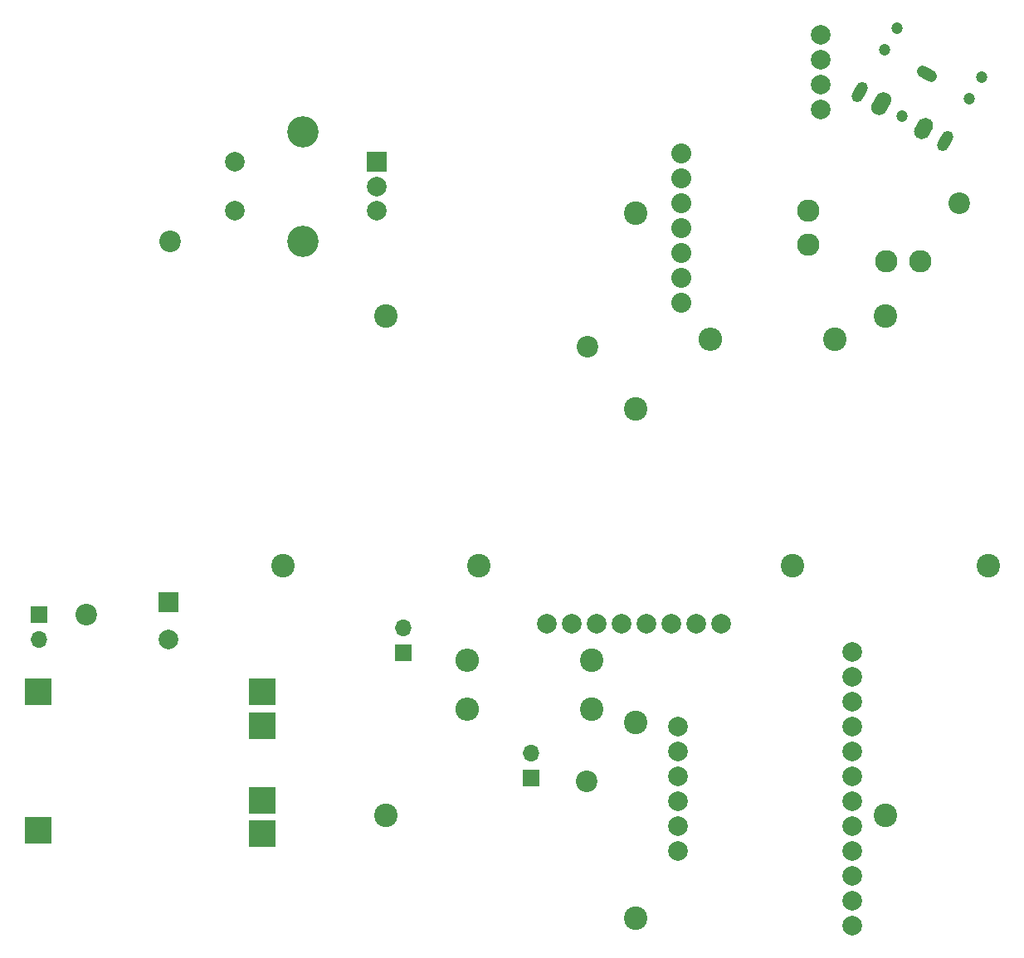
<source format=gbr>
%TF.GenerationSoftware,KiCad,Pcbnew,8.0.5*%
%TF.CreationDate,2024-09-20T22:11:25+01:00*%
%TF.ProjectId,Dodepan_PCB_THT.kicad_pro,446f6465-7061-46e5-9f50-43425f544854,rev?*%
%TF.SameCoordinates,Original*%
%TF.FileFunction,Soldermask,Bot*%
%TF.FilePolarity,Negative*%
%FSLAX46Y46*%
G04 Gerber Fmt 4.6, Leading zero omitted, Abs format (unit mm)*
G04 Created by KiCad (PCBNEW 8.0.5) date 2024-09-20 22:11:25*
%MOMM*%
%LPD*%
G01*
G04 APERTURE LIST*
G04 Aperture macros list*
%AMHorizOval*
0 Thick line with rounded ends*
0 $1 width*
0 $2 $3 position (X,Y) of the first rounded end (center of the circle)*
0 $4 $5 position (X,Y) of the second rounded end (center of the circle)*
0 Add line between two ends*
20,1,$1,$2,$3,$4,$5,0*
0 Add two circle primitives to create the rounded ends*
1,1,$1,$2,$3*
1,1,$1,$4,$5*%
G04 Aperture macros list end*
%ADD10C,2.400000*%
%ADD11O,2.400000X2.400000*%
%ADD12C,2.032000*%
%ADD13C,2.286000*%
%ADD14R,1.700000X1.700000*%
%ADD15O,1.700000X1.700000*%
%ADD16R,2.800000X2.800000*%
%ADD17C,2.200000*%
%ADD18C,2.000000*%
%ADD19C,1.200000*%
%ADD20HorizOval,1.200000X-0.433013X0.250000X0.433013X-0.250000X0*%
%ADD21HorizOval,1.200000X0.250000X0.433013X-0.250000X-0.433013X0*%
%ADD22HorizOval,1.600000X0.175000X0.303109X-0.175000X-0.303109X0*%
%ADD23HorizOval,1.200000X-0.250000X-0.433013X0.250000X0.433013X0*%
%ADD24HorizOval,1.600000X-0.225000X-0.389711X0.225000X0.389711X0*%
%ADD25R,2.000000X2.000000*%
%ADD26C,3.200000*%
G04 APERTURE END LIST*
D10*
%TO.C,R2*%
X143200000Y-110000000D03*
D11*
X130500000Y-110000000D03*
%TD*%
D10*
%TO.C,R2*%
X143200000Y-105000000D03*
D11*
X130500000Y-105000000D03*
%TD*%
D10*
%TO.C,E8*%
X147675600Y-59385200D03*
%TD*%
D12*
%TO.C,MAX98357A*%
X152400000Y-58391200D03*
X152400000Y-60931200D03*
X152400000Y-66011200D03*
X152400000Y-63471200D03*
X152400000Y-68551200D03*
D13*
X165354000Y-62631200D03*
X165354000Y-59131200D03*
D12*
X152400000Y-53311200D03*
X152400000Y-55851200D03*
%TD*%
D13*
%TO.C,*%
X176784000Y-64262000D03*
%TD*%
D10*
%TO.C,R1*%
X168046400Y-72288400D03*
D11*
X155346400Y-72288400D03*
%TD*%
D14*
%TO.C,Battery*%
X137000000Y-117048600D03*
D15*
X137000000Y-114508600D03*
%TD*%
D10*
%TO.C,E6*%
X173151800Y-69900800D03*
%TD*%
D16*
%TO.C,TP4056*%
X86741000Y-108203500D03*
X86741000Y-122403500D03*
X109641000Y-108203500D03*
X109641000Y-122703500D03*
X109641000Y-111703500D03*
X109641000Y-119303500D03*
%TD*%
D10*
%TO.C,E11*%
X147701000Y-79375000D03*
%TD*%
%TO.C,E7*%
X122224800Y-69900800D03*
%TD*%
%TO.C,E0*%
X147701000Y-111379000D03*
%TD*%
D17*
%TO.C,REF\u002A\u002A*%
X100228400Y-62255400D03*
%TD*%
%TO.C,REF\u002A\u002A*%
X142798800Y-73050400D03*
%TD*%
D18*
%TO.C,GY-521*%
X138684000Y-101269800D03*
X141224000Y-101269800D03*
X143764000Y-101269800D03*
X146304000Y-101269800D03*
X148844000Y-101269800D03*
X151384000Y-101269800D03*
X153924000Y-101269800D03*
X156464000Y-101269800D03*
%TD*%
D17*
%TO.C,REF\u002A\u002A*%
X142697200Y-117348000D03*
%TD*%
D14*
%TO.C,Extern_5V*%
X86868000Y-100330000D03*
D15*
X86868000Y-102870000D03*
%TD*%
D10*
%TO.C,E4*%
X183692800Y-95377000D03*
%TD*%
%TO.C,E5*%
X111709200Y-95377000D03*
%TD*%
D14*
%TO.C,Power_sw*%
X123975000Y-104250000D03*
D15*
X123975000Y-101710000D03*
%TD*%
D10*
%TO.C,E10*%
X131673600Y-95351600D03*
%TD*%
D18*
%TO.C,MPR121*%
X152044400Y-111760000D03*
X152044400Y-114300000D03*
X152044400Y-116840000D03*
X152044400Y-119380000D03*
X152044400Y-121920000D03*
X152044400Y-124460000D03*
X169824400Y-132080000D03*
X169824400Y-129540000D03*
X169824400Y-127000000D03*
X169824400Y-124460000D03*
X169824400Y-121920000D03*
X169824400Y-119380000D03*
X169824400Y-116840000D03*
X169824400Y-114300000D03*
X169824400Y-111760000D03*
X169824400Y-109220000D03*
X169824400Y-106680000D03*
X169824400Y-104140000D03*
%TD*%
D19*
%TO.C,3.5mm jack*%
X181750000Y-47665064D03*
X183000000Y-45500000D03*
X174919873Y-49495191D03*
X173089746Y-42665064D03*
X174339746Y-40500000D03*
D20*
X177419873Y-45165064D03*
D21*
X179250000Y-51995191D03*
D22*
X177084937Y-50745191D03*
D23*
X170589746Y-46995191D03*
D24*
X172754809Y-48245191D03*
%TD*%
D13*
%TO.C,*%
X173284000Y-64262000D03*
%TD*%
D10*
%TO.C,E2*%
X173151800Y-120827800D03*
%TD*%
%TO.C,E3*%
X122250200Y-120853200D03*
%TD*%
D17*
%TO.C,REF\u002A\u002A*%
X91694000Y-100330000D03*
%TD*%
D25*
%TO.C,C1*%
X100076000Y-99070000D03*
D18*
X100076000Y-102870000D03*
%TD*%
D10*
%TO.C,E9*%
X163677600Y-95377000D03*
%TD*%
D17*
%TO.C,REF\u002A\u002A*%
X180695600Y-58369200D03*
%TD*%
D10*
%TO.C,E1*%
X147675600Y-131368800D03*
%TD*%
D18*
%TO.C,OLED*%
X166560000Y-48768000D03*
X166560000Y-46228000D03*
X166560000Y-43688000D03*
X166560000Y-41148000D03*
%TD*%
D25*
%TO.C,Encoder*%
X121285000Y-54142000D03*
D18*
X121285000Y-59142000D03*
X121285000Y-56642000D03*
D26*
X113785000Y-62242000D03*
X113785000Y-51042000D03*
D18*
X106785000Y-59142000D03*
X106785000Y-54142000D03*
%TD*%
M02*

</source>
